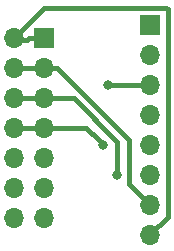
<source format=gbr>
G04 #@! TF.GenerationSoftware,KiCad,Pcbnew,(5.1.2-1)-1*
G04 #@! TF.CreationDate,2020-02-14T00:11:40-08:00*
G04 #@! TF.ProjectId,KEYPAD,4b455950-4144-42e6-9b69-6361645f7063,rev?*
G04 #@! TF.SameCoordinates,Original*
G04 #@! TF.FileFunction,Copper,L1,Top*
G04 #@! TF.FilePolarity,Positive*
%FSLAX46Y46*%
G04 Gerber Fmt 4.6, Leading zero omitted, Abs format (unit mm)*
G04 Created by KiCad (PCBNEW (5.1.2-1)-1) date 2020-02-14 00:11:40*
%MOMM*%
%LPD*%
G04 APERTURE LIST*
%ADD10O,1.700000X1.700000*%
%ADD11R,1.700000X1.700000*%
%ADD12C,0.800000*%
%ADD13C,0.406400*%
G04 APERTURE END LIST*
D10*
X15760000Y-31040000D03*
X18300000Y-31040000D03*
X15760000Y-28500000D03*
X18300000Y-28500000D03*
X15760000Y-25960000D03*
X18300000Y-25960000D03*
X15760000Y-23420000D03*
X18300000Y-23420000D03*
X15760000Y-20880000D03*
X18300000Y-20880000D03*
X15760000Y-18340000D03*
X18300000Y-18340000D03*
X15760000Y-15800000D03*
D11*
X18300000Y-15800000D03*
D10*
X27300000Y-32500000D03*
X27300000Y-29960000D03*
X27300000Y-27420000D03*
X27300000Y-24880000D03*
X27300000Y-22340000D03*
X27300000Y-19800000D03*
X27300000Y-17260000D03*
D11*
X27300000Y-14720000D03*
D12*
X24500000Y-27400000D03*
X23309610Y-24900002D03*
X23705999Y-19805999D03*
D13*
X18299601Y-13260399D02*
X28637681Y-13260399D01*
X28759601Y-30940399D02*
X27300000Y-32400000D01*
X28637681Y-13260399D02*
X28759601Y-13382319D01*
X28759601Y-13382319D02*
X28759601Y-30940399D01*
X15760000Y-15800000D02*
X18299601Y-13260399D01*
X17043600Y-15800000D02*
X16843600Y-16000000D01*
X18300000Y-15800000D02*
X17043600Y-15800000D01*
X16843600Y-16000000D02*
X16000000Y-16000000D01*
X19393308Y-18340000D02*
X25509601Y-24456293D01*
X15760000Y-18340000D02*
X19393308Y-18340000D01*
X25509601Y-28209601D02*
X27400000Y-30100000D01*
X25509601Y-24456293D02*
X25509601Y-28209601D01*
X24500000Y-26834315D02*
X24500000Y-27400000D01*
X15760000Y-20880000D02*
X20783820Y-20880000D01*
X24500000Y-24596180D02*
X24500000Y-26834315D01*
X20783820Y-20880000D02*
X24500000Y-24596180D01*
X15760000Y-23420000D02*
X21829608Y-23420000D01*
X21829608Y-23420000D02*
X22909611Y-24500003D01*
X22909611Y-24500003D02*
X23309610Y-24900002D01*
X23705999Y-19805999D02*
X27294001Y-19805999D01*
X27294001Y-19805999D02*
X27300000Y-19800000D01*
M02*

</source>
